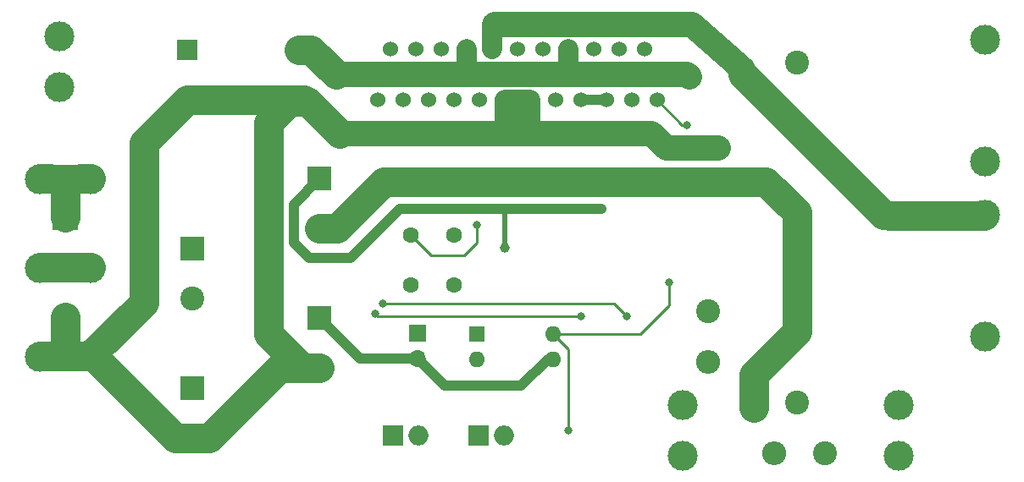
<source format=gbr>
G04 #@! TF.GenerationSoftware,KiCad,Pcbnew,5.1.5+dfsg1-2build2*
G04 #@! TF.CreationDate,2021-11-28T21:57:44+10:30*
G04 #@! TF.ProjectId,tda8954-btl,74646138-3935-4342-9d62-746c2e6b6963,rev?*
G04 #@! TF.SameCoordinates,Original*
G04 #@! TF.FileFunction,Copper,L2,Bot*
G04 #@! TF.FilePolarity,Positive*
%FSLAX46Y46*%
G04 Gerber Fmt 4.6, Leading zero omitted, Abs format (unit mm)*
G04 Created by KiCad (PCBNEW 5.1.5+dfsg1-2build2) date 2021-11-28 21:57:44*
%MOMM*%
%LPD*%
G04 APERTURE LIST*
%ADD10C,3.000000*%
%ADD11C,1.600000*%
%ADD12R,2.000000X2.000000*%
%ADD13C,2.000000*%
%ADD14C,1.524000*%
%ADD15C,2.400000*%
%ADD16R,2.400000X2.400000*%
%ADD17O,1.998980X1.998980*%
%ADD18R,1.998980X1.998980*%
%ADD19C,2.500000*%
%ADD20R,2.500000X2.500000*%
%ADD21O,1.700000X1.700000*%
%ADD22R,1.700000X1.700000*%
%ADD23O,2.400000X2.400000*%
%ADD24O,1.600000X1.600000*%
%ADD25R,1.600000X1.600000*%
%ADD26C,1.000000*%
%ADD27C,0.800000*%
%ADD28C,3.000000*%
%ADD29C,2.500000*%
%ADD30C,0.500000*%
%ADD31C,2.000000*%
%ADD32C,1.000000*%
%ADD33C,0.250000*%
G04 APERTURE END LIST*
D10*
X29210000Y-27686000D03*
X29210000Y-32766000D03*
X32328000Y-59734000D03*
X27248000Y-59734000D03*
X32328000Y-50844000D03*
X27248000Y-50844000D03*
X32328000Y-41954000D03*
X27248000Y-41954000D03*
X91510000Y-69640000D03*
X91510000Y-64560000D03*
X113100000Y-69640000D03*
X113100000Y-64560000D03*
X121736000Y-40176000D03*
X121736000Y-27984000D03*
X121736000Y-57702000D03*
X121736000Y-45510000D03*
D11*
X64332000Y-52542000D03*
X64332000Y-47542000D03*
D12*
X41980000Y-29000000D03*
D13*
X41980000Y-34000000D03*
D14*
X88970000Y-34040000D03*
X87700000Y-28960000D03*
X86430000Y-34040000D03*
X85160000Y-28960000D03*
X83890000Y-34040000D03*
X82620000Y-28960000D03*
X81350000Y-34040000D03*
X80080000Y-28960000D03*
X78810000Y-34040000D03*
X77540000Y-28960000D03*
X76270000Y-34040000D03*
X75000000Y-28960000D03*
X73730000Y-34040000D03*
X72460000Y-28960000D03*
X71190000Y-34040000D03*
X69920000Y-28960000D03*
X68650000Y-34040000D03*
X67380000Y-28960000D03*
X66110000Y-34040000D03*
X64840000Y-28960000D03*
X63570000Y-34040000D03*
X62300000Y-28960000D03*
X61030000Y-34040000D03*
D15*
X102940000Y-64320000D03*
X102940000Y-49320000D03*
D11*
X68650000Y-47542000D03*
X68650000Y-52542000D03*
D15*
X102940000Y-30270000D03*
X102940000Y-45270000D03*
X42545000Y-53895000D03*
D16*
X42545000Y-48895000D03*
X55245000Y-41910000D03*
D15*
X55245000Y-46910000D03*
D16*
X55245000Y-55880000D03*
D15*
X55245000Y-60880000D03*
X42545000Y-67865000D03*
D16*
X42545000Y-62865000D03*
D13*
X53156000Y-34000000D03*
D12*
X53156000Y-29000000D03*
D17*
X65094000Y-67608000D03*
D18*
X62554000Y-67608000D03*
X71174000Y-67608000D03*
D17*
X73714000Y-67608000D03*
D19*
X29788000Y-55764000D03*
D20*
X29788000Y-45764000D03*
D19*
X29788000Y-50764000D03*
D21*
X65024000Y-59944000D03*
D22*
X65024000Y-57404000D03*
D23*
X100654000Y-69386000D03*
D15*
X105734000Y-69386000D03*
X94050000Y-55162000D03*
D23*
X94050000Y-60242000D03*
D24*
X78556000Y-57448000D03*
X70936000Y-59988000D03*
X78556000Y-59988000D03*
D25*
X70936000Y-57448000D03*
D26*
X66618002Y-37382000D03*
X95123000Y-39116000D03*
X73730000Y-48812000D03*
X83382000Y-44958000D03*
X92202000Y-31750000D03*
X98622000Y-64814000D03*
X89224000Y-42208000D03*
X83312000Y-42208000D03*
X98114000Y-42208000D03*
X71698000Y-41446000D03*
X78302000Y-41446004D03*
X75381000Y-62655000D03*
D27*
X80080010Y-67100000D03*
X90170000Y-52324000D03*
X61538000Y-54436990D03*
X85922006Y-55670000D03*
X81350000Y-55670000D03*
X60776000Y-55416000D03*
X91947992Y-36576000D03*
X70936000Y-46526000D03*
X97536000Y-30988000D03*
D28*
X40847944Y-67865000D02*
X42545000Y-67865000D01*
X32385000Y-59402056D02*
X40847944Y-67865000D01*
X29788000Y-59646000D02*
X29744000Y-59690000D01*
X29788000Y-55764000D02*
X29788000Y-59646000D01*
X27305000Y-59690000D02*
X29744000Y-59690000D01*
D29*
X57220000Y-37382000D02*
X72206000Y-37382000D01*
D28*
X54048000Y-34210000D02*
X57220000Y-37382000D01*
X52451000Y-34210000D02*
X54048000Y-34210000D01*
D30*
X68396000Y-37636000D02*
X68142000Y-37382000D01*
D28*
X51248000Y-60880000D02*
X55245000Y-60880000D01*
X44263000Y-67865000D02*
X51248000Y-60880000D01*
X42545000Y-67865000D02*
X44263000Y-67865000D01*
X52451000Y-34000000D02*
X53664000Y-34000000D01*
X50108000Y-36343000D02*
X52451000Y-34000000D01*
X53664000Y-34000000D02*
X41980000Y-34000000D01*
X50108000Y-57440056D02*
X50108000Y-36343000D01*
X53547944Y-60880000D02*
X50108000Y-57440056D01*
X55245000Y-60880000D02*
X53547944Y-60880000D01*
X37662000Y-38318000D02*
X41980000Y-34000000D01*
X37662000Y-54338000D02*
X37662000Y-38318000D01*
X32385000Y-59615000D02*
X37662000Y-54338000D01*
X32385000Y-59690000D02*
X32385000Y-59615000D01*
X29744000Y-59690000D02*
X32385000Y-59690000D01*
D31*
X73730000Y-37356000D02*
X73730000Y-34040000D01*
D32*
X73704000Y-37382000D02*
X73730000Y-37356000D01*
D29*
X72206000Y-37382000D02*
X73704000Y-37382000D01*
D32*
X76244000Y-37382000D02*
X76270000Y-37356000D01*
D29*
X73704000Y-37382000D02*
X76244000Y-37382000D01*
D31*
X76270000Y-37356000D02*
X76270000Y-34040000D01*
D32*
X75180000Y-36318000D02*
X76244000Y-37382000D01*
X75180000Y-34040000D02*
X75180000Y-36318000D01*
D31*
X76270000Y-34040000D02*
X75180000Y-34040000D01*
X75180000Y-34040000D02*
X73730000Y-34040000D01*
D29*
X95107000Y-38862000D02*
X95123000Y-38846000D01*
X88436000Y-37382000D02*
X89916000Y-38862000D01*
X89916000Y-38862000D02*
X95107000Y-38862000D01*
X76244000Y-37382000D02*
X88436000Y-37382000D01*
D28*
X29788000Y-45764000D02*
X29788000Y-41954000D01*
X29788000Y-41954000D02*
X32385000Y-41910000D01*
X27305000Y-41910000D02*
X29788000Y-41954000D01*
D30*
X73730000Y-44748000D02*
X73730000Y-48812000D01*
D32*
X63246000Y-44958000D02*
X82674894Y-44958000D01*
X58376000Y-49828000D02*
X63246000Y-44958000D01*
X54172000Y-49828000D02*
X58376000Y-49828000D01*
X82674894Y-44958000D02*
X83382000Y-44958000D01*
X52648000Y-48304000D02*
X54172000Y-49828000D01*
X52648000Y-44507000D02*
X52648000Y-48304000D01*
X55245000Y-41910000D02*
X52648000Y-44507000D01*
X69920000Y-31426000D02*
X69850000Y-31496000D01*
D31*
X69920000Y-28960000D02*
X69920000Y-31426000D01*
D29*
X69850000Y-31496000D02*
X73152000Y-31496000D01*
D31*
X80080000Y-28960000D02*
X80080000Y-31426000D01*
D32*
X80080000Y-31426000D02*
X80010000Y-31496000D01*
D29*
X73152000Y-31496000D02*
X80010000Y-31496000D01*
D28*
X54400000Y-29000000D02*
X56896000Y-31496000D01*
X53156000Y-29000000D02*
X54400000Y-29000000D01*
D29*
X56896000Y-31496000D02*
X69850000Y-31496000D01*
X91948000Y-31496000D02*
X92202000Y-31750000D01*
X80010000Y-31496000D02*
X91948000Y-31496000D01*
D28*
X27305000Y-50800000D02*
X32385000Y-50800000D01*
X83890000Y-42208000D02*
X89224000Y-42208000D01*
D32*
X83890000Y-42208000D02*
X83128000Y-42208000D01*
D28*
X99878000Y-42208000D02*
X102940000Y-45270000D01*
X102940000Y-45270000D02*
X102940000Y-49320000D01*
X98114000Y-42208000D02*
X99878000Y-42208000D01*
X89224000Y-42208000D02*
X98114000Y-42208000D01*
X98622000Y-61512000D02*
X102940000Y-57194000D01*
X102940000Y-57194000D02*
X102940000Y-49320000D01*
X98622000Y-64814000D02*
X98622000Y-61512000D01*
X65094000Y-42208000D02*
X65157000Y-42208000D01*
X72659106Y-42207998D02*
X72659104Y-42208000D01*
X70990894Y-42208000D02*
X71698000Y-42208000D01*
X65094000Y-42208000D02*
X70990894Y-42208000D01*
D30*
X73543880Y-42275880D02*
X73475998Y-42207998D01*
D28*
X83889998Y-42207998D02*
X72659106Y-42207998D01*
D30*
X73475998Y-42207998D02*
X72659106Y-42207998D01*
D28*
X72405106Y-42208000D02*
X71698000Y-42208000D01*
X72659104Y-42208000D02*
X72405106Y-42208000D01*
D32*
X78048000Y-59988000D02*
X75381000Y-62655000D01*
X78556000Y-59988000D02*
X78048000Y-59988000D01*
X67735000Y-62655000D02*
X65024000Y-59944000D01*
X75381000Y-62655000D02*
X67735000Y-62655000D01*
X59309000Y-59944000D02*
X55245000Y-55880000D01*
X65024000Y-59944000D02*
X59309000Y-59944000D01*
D28*
X61678000Y-42208000D02*
X65094000Y-42208000D01*
X56976000Y-46910000D02*
X61678000Y-42208000D01*
X55245000Y-46910000D02*
X56976000Y-46910000D01*
D32*
X81350000Y-34040000D02*
X83890000Y-34040000D01*
D33*
X80080010Y-58972010D02*
X78556000Y-57448000D01*
X80080010Y-67100000D02*
X80080010Y-58972010D01*
X90170000Y-54610000D02*
X90170000Y-52324000D01*
X87332000Y-57448000D02*
X90170000Y-54610000D01*
X78556000Y-57448000D02*
X87332000Y-57448000D01*
X61538000Y-54436990D02*
X84688996Y-54436990D01*
X84688996Y-54436990D02*
X85922006Y-55670000D01*
X81350000Y-55670000D02*
X61030000Y-55670000D01*
X61030000Y-55670000D02*
X60776000Y-55416000D01*
X88970000Y-34040000D02*
X91506000Y-36576000D01*
X91506000Y-36576000D02*
X91947992Y-36576000D01*
X70936000Y-48304000D02*
X70936000Y-46526000D01*
X69666000Y-49574000D02*
X70936000Y-48304000D01*
X66364000Y-49574000D02*
X69666000Y-49574000D01*
X64332000Y-47542000D02*
X66364000Y-49574000D01*
D28*
X112186001Y-45612001D02*
X121726001Y-45612001D01*
X97526010Y-31460010D02*
X111576000Y-45510000D01*
D29*
X92482000Y-26450000D02*
X97536000Y-30988000D01*
X75004000Y-26450000D02*
X92482000Y-26450000D01*
X72734000Y-26450000D02*
X75004000Y-26450000D01*
D31*
X72460000Y-28960000D02*
X72460000Y-26690000D01*
D29*
X97536000Y-30988000D02*
X97526010Y-31460010D01*
M02*

</source>
